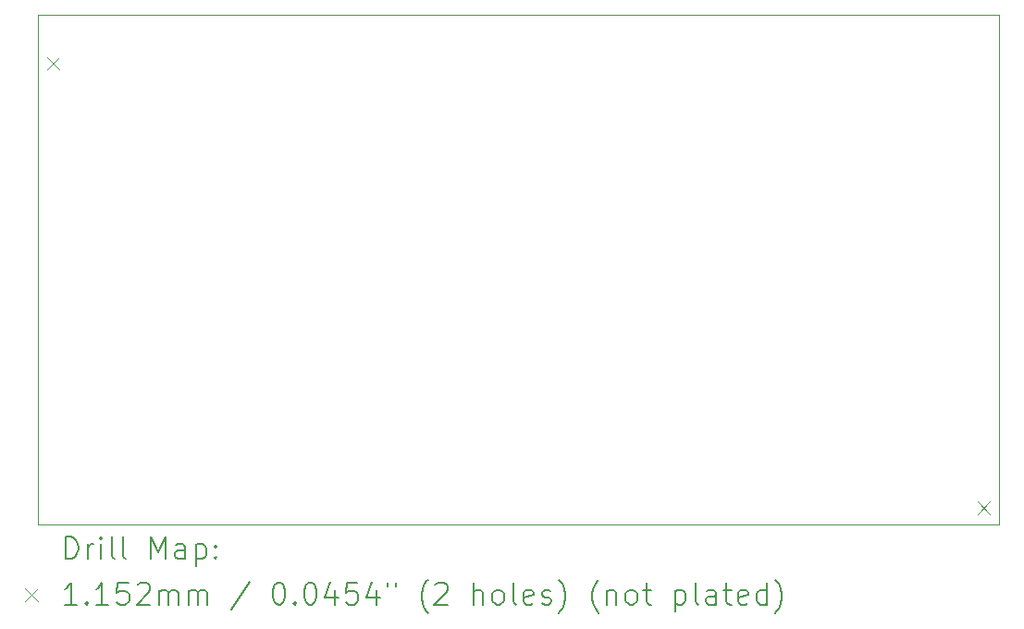
<source format=gbr>
%FSLAX45Y45*%
G04 Gerber Fmt 4.5, Leading zero omitted, Abs format (unit mm)*
G04 Created by KiCad (PCBNEW (6.0.4-0)) date 2022-10-27 23:32:21*
%MOMM*%
%LPD*%
G01*
G04 APERTURE LIST*
%TA.AperFunction,Profile*%
%ADD10C,0.100000*%
%TD*%
%ADD11C,0.200000*%
%ADD12C,0.115200*%
G04 APERTURE END LIST*
D10*
X9993920Y-1270000D02*
X18790920Y-1270000D01*
X18790920Y-1270000D02*
X18790920Y-5929000D01*
X18790920Y-5929000D02*
X9993920Y-5929000D01*
X9993920Y-5929000D02*
X9993920Y-1270000D01*
D11*
D12*
X10072400Y-1652400D02*
X10187600Y-1767600D01*
X10187600Y-1652400D02*
X10072400Y-1767600D01*
X18592400Y-5722400D02*
X18707600Y-5837600D01*
X18707600Y-5722400D02*
X18592400Y-5837600D01*
D11*
X10246539Y-6244476D02*
X10246539Y-6044476D01*
X10294158Y-6044476D01*
X10322730Y-6054000D01*
X10341777Y-6073048D01*
X10351301Y-6092095D01*
X10360825Y-6130190D01*
X10360825Y-6158762D01*
X10351301Y-6196857D01*
X10341777Y-6215905D01*
X10322730Y-6234952D01*
X10294158Y-6244476D01*
X10246539Y-6244476D01*
X10446539Y-6244476D02*
X10446539Y-6111143D01*
X10446539Y-6149238D02*
X10456063Y-6130190D01*
X10465587Y-6120667D01*
X10484634Y-6111143D01*
X10503682Y-6111143D01*
X10570349Y-6244476D02*
X10570349Y-6111143D01*
X10570349Y-6044476D02*
X10560825Y-6054000D01*
X10570349Y-6063524D01*
X10579872Y-6054000D01*
X10570349Y-6044476D01*
X10570349Y-6063524D01*
X10694158Y-6244476D02*
X10675110Y-6234952D01*
X10665587Y-6215905D01*
X10665587Y-6044476D01*
X10798920Y-6244476D02*
X10779872Y-6234952D01*
X10770349Y-6215905D01*
X10770349Y-6044476D01*
X11027491Y-6244476D02*
X11027491Y-6044476D01*
X11094158Y-6187333D01*
X11160825Y-6044476D01*
X11160825Y-6244476D01*
X11341777Y-6244476D02*
X11341777Y-6139714D01*
X11332253Y-6120667D01*
X11313206Y-6111143D01*
X11275110Y-6111143D01*
X11256063Y-6120667D01*
X11341777Y-6234952D02*
X11322729Y-6244476D01*
X11275110Y-6244476D01*
X11256063Y-6234952D01*
X11246539Y-6215905D01*
X11246539Y-6196857D01*
X11256063Y-6177809D01*
X11275110Y-6168286D01*
X11322729Y-6168286D01*
X11341777Y-6158762D01*
X11437015Y-6111143D02*
X11437015Y-6311143D01*
X11437015Y-6120667D02*
X11456063Y-6111143D01*
X11494158Y-6111143D01*
X11513206Y-6120667D01*
X11522729Y-6130190D01*
X11532253Y-6149238D01*
X11532253Y-6206381D01*
X11522729Y-6225428D01*
X11513206Y-6234952D01*
X11494158Y-6244476D01*
X11456063Y-6244476D01*
X11437015Y-6234952D01*
X11617968Y-6225428D02*
X11627491Y-6234952D01*
X11617968Y-6244476D01*
X11608444Y-6234952D01*
X11617968Y-6225428D01*
X11617968Y-6244476D01*
X11617968Y-6120667D02*
X11627491Y-6130190D01*
X11617968Y-6139714D01*
X11608444Y-6130190D01*
X11617968Y-6120667D01*
X11617968Y-6139714D01*
D12*
X9873720Y-6516400D02*
X9988920Y-6631600D01*
X9988920Y-6516400D02*
X9873720Y-6631600D01*
D11*
X10351301Y-6664476D02*
X10237015Y-6664476D01*
X10294158Y-6664476D02*
X10294158Y-6464476D01*
X10275110Y-6493048D01*
X10256063Y-6512095D01*
X10237015Y-6521619D01*
X10437015Y-6645428D02*
X10446539Y-6654952D01*
X10437015Y-6664476D01*
X10427491Y-6654952D01*
X10437015Y-6645428D01*
X10437015Y-6664476D01*
X10637015Y-6664476D02*
X10522730Y-6664476D01*
X10579872Y-6664476D02*
X10579872Y-6464476D01*
X10560825Y-6493048D01*
X10541777Y-6512095D01*
X10522730Y-6521619D01*
X10817968Y-6464476D02*
X10722730Y-6464476D01*
X10713206Y-6559714D01*
X10722730Y-6550190D01*
X10741777Y-6540667D01*
X10789396Y-6540667D01*
X10808444Y-6550190D01*
X10817968Y-6559714D01*
X10827491Y-6578762D01*
X10827491Y-6626381D01*
X10817968Y-6645428D01*
X10808444Y-6654952D01*
X10789396Y-6664476D01*
X10741777Y-6664476D01*
X10722730Y-6654952D01*
X10713206Y-6645428D01*
X10903682Y-6483524D02*
X10913206Y-6474000D01*
X10932253Y-6464476D01*
X10979872Y-6464476D01*
X10998920Y-6474000D01*
X11008444Y-6483524D01*
X11017968Y-6502571D01*
X11017968Y-6521619D01*
X11008444Y-6550190D01*
X10894158Y-6664476D01*
X11017968Y-6664476D01*
X11103682Y-6664476D02*
X11103682Y-6531143D01*
X11103682Y-6550190D02*
X11113206Y-6540667D01*
X11132253Y-6531143D01*
X11160825Y-6531143D01*
X11179872Y-6540667D01*
X11189396Y-6559714D01*
X11189396Y-6664476D01*
X11189396Y-6559714D02*
X11198920Y-6540667D01*
X11217968Y-6531143D01*
X11246539Y-6531143D01*
X11265587Y-6540667D01*
X11275110Y-6559714D01*
X11275110Y-6664476D01*
X11370348Y-6664476D02*
X11370348Y-6531143D01*
X11370348Y-6550190D02*
X11379872Y-6540667D01*
X11398920Y-6531143D01*
X11427491Y-6531143D01*
X11446539Y-6540667D01*
X11456063Y-6559714D01*
X11456063Y-6664476D01*
X11456063Y-6559714D02*
X11465587Y-6540667D01*
X11484634Y-6531143D01*
X11513206Y-6531143D01*
X11532253Y-6540667D01*
X11541777Y-6559714D01*
X11541777Y-6664476D01*
X11932253Y-6454952D02*
X11760825Y-6712095D01*
X12189396Y-6464476D02*
X12208444Y-6464476D01*
X12227491Y-6474000D01*
X12237015Y-6483524D01*
X12246539Y-6502571D01*
X12256063Y-6540667D01*
X12256063Y-6588286D01*
X12246539Y-6626381D01*
X12237015Y-6645428D01*
X12227491Y-6654952D01*
X12208444Y-6664476D01*
X12189396Y-6664476D01*
X12170348Y-6654952D01*
X12160825Y-6645428D01*
X12151301Y-6626381D01*
X12141777Y-6588286D01*
X12141777Y-6540667D01*
X12151301Y-6502571D01*
X12160825Y-6483524D01*
X12170348Y-6474000D01*
X12189396Y-6464476D01*
X12341777Y-6645428D02*
X12351301Y-6654952D01*
X12341777Y-6664476D01*
X12332253Y-6654952D01*
X12341777Y-6645428D01*
X12341777Y-6664476D01*
X12475110Y-6464476D02*
X12494158Y-6464476D01*
X12513206Y-6474000D01*
X12522729Y-6483524D01*
X12532253Y-6502571D01*
X12541777Y-6540667D01*
X12541777Y-6588286D01*
X12532253Y-6626381D01*
X12522729Y-6645428D01*
X12513206Y-6654952D01*
X12494158Y-6664476D01*
X12475110Y-6664476D01*
X12456063Y-6654952D01*
X12446539Y-6645428D01*
X12437015Y-6626381D01*
X12427491Y-6588286D01*
X12427491Y-6540667D01*
X12437015Y-6502571D01*
X12446539Y-6483524D01*
X12456063Y-6474000D01*
X12475110Y-6464476D01*
X12713206Y-6531143D02*
X12713206Y-6664476D01*
X12665587Y-6454952D02*
X12617968Y-6597809D01*
X12741777Y-6597809D01*
X12913206Y-6464476D02*
X12817968Y-6464476D01*
X12808444Y-6559714D01*
X12817968Y-6550190D01*
X12837015Y-6540667D01*
X12884634Y-6540667D01*
X12903682Y-6550190D01*
X12913206Y-6559714D01*
X12922729Y-6578762D01*
X12922729Y-6626381D01*
X12913206Y-6645428D01*
X12903682Y-6654952D01*
X12884634Y-6664476D01*
X12837015Y-6664476D01*
X12817968Y-6654952D01*
X12808444Y-6645428D01*
X13094158Y-6531143D02*
X13094158Y-6664476D01*
X13046539Y-6454952D02*
X12998920Y-6597809D01*
X13122729Y-6597809D01*
X13189396Y-6464476D02*
X13189396Y-6502571D01*
X13265587Y-6464476D02*
X13265587Y-6502571D01*
X13560825Y-6740667D02*
X13551301Y-6731143D01*
X13532253Y-6702571D01*
X13522729Y-6683524D01*
X13513206Y-6654952D01*
X13503682Y-6607333D01*
X13503682Y-6569238D01*
X13513206Y-6521619D01*
X13522729Y-6493048D01*
X13532253Y-6474000D01*
X13551301Y-6445428D01*
X13560825Y-6435905D01*
X13627491Y-6483524D02*
X13637015Y-6474000D01*
X13656063Y-6464476D01*
X13703682Y-6464476D01*
X13722729Y-6474000D01*
X13732253Y-6483524D01*
X13741777Y-6502571D01*
X13741777Y-6521619D01*
X13732253Y-6550190D01*
X13617968Y-6664476D01*
X13741777Y-6664476D01*
X13979872Y-6664476D02*
X13979872Y-6464476D01*
X14065587Y-6664476D02*
X14065587Y-6559714D01*
X14056063Y-6540667D01*
X14037015Y-6531143D01*
X14008444Y-6531143D01*
X13989396Y-6540667D01*
X13979872Y-6550190D01*
X14189396Y-6664476D02*
X14170348Y-6654952D01*
X14160825Y-6645428D01*
X14151301Y-6626381D01*
X14151301Y-6569238D01*
X14160825Y-6550190D01*
X14170348Y-6540667D01*
X14189396Y-6531143D01*
X14217968Y-6531143D01*
X14237015Y-6540667D01*
X14246539Y-6550190D01*
X14256063Y-6569238D01*
X14256063Y-6626381D01*
X14246539Y-6645428D01*
X14237015Y-6654952D01*
X14217968Y-6664476D01*
X14189396Y-6664476D01*
X14370348Y-6664476D02*
X14351301Y-6654952D01*
X14341777Y-6635905D01*
X14341777Y-6464476D01*
X14522729Y-6654952D02*
X14503682Y-6664476D01*
X14465587Y-6664476D01*
X14446539Y-6654952D01*
X14437015Y-6635905D01*
X14437015Y-6559714D01*
X14446539Y-6540667D01*
X14465587Y-6531143D01*
X14503682Y-6531143D01*
X14522729Y-6540667D01*
X14532253Y-6559714D01*
X14532253Y-6578762D01*
X14437015Y-6597809D01*
X14608444Y-6654952D02*
X14627491Y-6664476D01*
X14665587Y-6664476D01*
X14684634Y-6654952D01*
X14694158Y-6635905D01*
X14694158Y-6626381D01*
X14684634Y-6607333D01*
X14665587Y-6597809D01*
X14637015Y-6597809D01*
X14617968Y-6588286D01*
X14608444Y-6569238D01*
X14608444Y-6559714D01*
X14617968Y-6540667D01*
X14637015Y-6531143D01*
X14665587Y-6531143D01*
X14684634Y-6540667D01*
X14760825Y-6740667D02*
X14770348Y-6731143D01*
X14789396Y-6702571D01*
X14798920Y-6683524D01*
X14808444Y-6654952D01*
X14817968Y-6607333D01*
X14817968Y-6569238D01*
X14808444Y-6521619D01*
X14798920Y-6493048D01*
X14789396Y-6474000D01*
X14770348Y-6445428D01*
X14760825Y-6435905D01*
X15122729Y-6740667D02*
X15113206Y-6731143D01*
X15094158Y-6702571D01*
X15084634Y-6683524D01*
X15075110Y-6654952D01*
X15065587Y-6607333D01*
X15065587Y-6569238D01*
X15075110Y-6521619D01*
X15084634Y-6493048D01*
X15094158Y-6474000D01*
X15113206Y-6445428D01*
X15122729Y-6435905D01*
X15198920Y-6531143D02*
X15198920Y-6664476D01*
X15198920Y-6550190D02*
X15208444Y-6540667D01*
X15227491Y-6531143D01*
X15256063Y-6531143D01*
X15275110Y-6540667D01*
X15284634Y-6559714D01*
X15284634Y-6664476D01*
X15408444Y-6664476D02*
X15389396Y-6654952D01*
X15379872Y-6645428D01*
X15370348Y-6626381D01*
X15370348Y-6569238D01*
X15379872Y-6550190D01*
X15389396Y-6540667D01*
X15408444Y-6531143D01*
X15437015Y-6531143D01*
X15456063Y-6540667D01*
X15465587Y-6550190D01*
X15475110Y-6569238D01*
X15475110Y-6626381D01*
X15465587Y-6645428D01*
X15456063Y-6654952D01*
X15437015Y-6664476D01*
X15408444Y-6664476D01*
X15532253Y-6531143D02*
X15608444Y-6531143D01*
X15560825Y-6464476D02*
X15560825Y-6635905D01*
X15570348Y-6654952D01*
X15589396Y-6664476D01*
X15608444Y-6664476D01*
X15827491Y-6531143D02*
X15827491Y-6731143D01*
X15827491Y-6540667D02*
X15846539Y-6531143D01*
X15884634Y-6531143D01*
X15903682Y-6540667D01*
X15913206Y-6550190D01*
X15922729Y-6569238D01*
X15922729Y-6626381D01*
X15913206Y-6645428D01*
X15903682Y-6654952D01*
X15884634Y-6664476D01*
X15846539Y-6664476D01*
X15827491Y-6654952D01*
X16037015Y-6664476D02*
X16017968Y-6654952D01*
X16008444Y-6635905D01*
X16008444Y-6464476D01*
X16198920Y-6664476D02*
X16198920Y-6559714D01*
X16189396Y-6540667D01*
X16170348Y-6531143D01*
X16132253Y-6531143D01*
X16113206Y-6540667D01*
X16198920Y-6654952D02*
X16179872Y-6664476D01*
X16132253Y-6664476D01*
X16113206Y-6654952D01*
X16103682Y-6635905D01*
X16103682Y-6616857D01*
X16113206Y-6597809D01*
X16132253Y-6588286D01*
X16179872Y-6588286D01*
X16198920Y-6578762D01*
X16265587Y-6531143D02*
X16341777Y-6531143D01*
X16294158Y-6464476D02*
X16294158Y-6635905D01*
X16303682Y-6654952D01*
X16322729Y-6664476D01*
X16341777Y-6664476D01*
X16484634Y-6654952D02*
X16465587Y-6664476D01*
X16427491Y-6664476D01*
X16408444Y-6654952D01*
X16398920Y-6635905D01*
X16398920Y-6559714D01*
X16408444Y-6540667D01*
X16427491Y-6531143D01*
X16465587Y-6531143D01*
X16484634Y-6540667D01*
X16494158Y-6559714D01*
X16494158Y-6578762D01*
X16398920Y-6597809D01*
X16665587Y-6664476D02*
X16665587Y-6464476D01*
X16665587Y-6654952D02*
X16646539Y-6664476D01*
X16608444Y-6664476D01*
X16589396Y-6654952D01*
X16579872Y-6645428D01*
X16570348Y-6626381D01*
X16570348Y-6569238D01*
X16579872Y-6550190D01*
X16589396Y-6540667D01*
X16608444Y-6531143D01*
X16646539Y-6531143D01*
X16665587Y-6540667D01*
X16741777Y-6740667D02*
X16751301Y-6731143D01*
X16770348Y-6702571D01*
X16779872Y-6683524D01*
X16789396Y-6654952D01*
X16798920Y-6607333D01*
X16798920Y-6569238D01*
X16789396Y-6521619D01*
X16779872Y-6493048D01*
X16770348Y-6474000D01*
X16751301Y-6445428D01*
X16741777Y-6435905D01*
M02*

</source>
